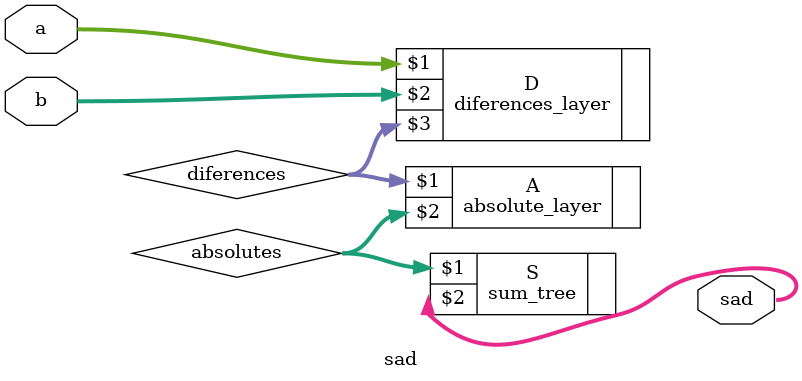
<source format=v>
module sad(a, b, sad);

parameter WIDTH=8;
parameter INPUTS=4; //number of inputs from each block

input [WIDTH*INPUTS-1:0] a,b;
output [WIDTH+$clog2(INPUTS)-1:0] sad;


wire signed [(WIDTH+1)*INPUTS-1:0] diferences;
wire [WIDTH*INPUTS-1:0] absolutes;

//diferences
diferences_layer #(WIDTH, INPUTS) D(a, b, diferences);
//absolute
absolute_layer #(WIDTH, INPUTS) A(diferences, absolutes);
//sum
sum_tree #(WIDTH, INPUTS) S(absolutes, sad);

endmodule

</source>
